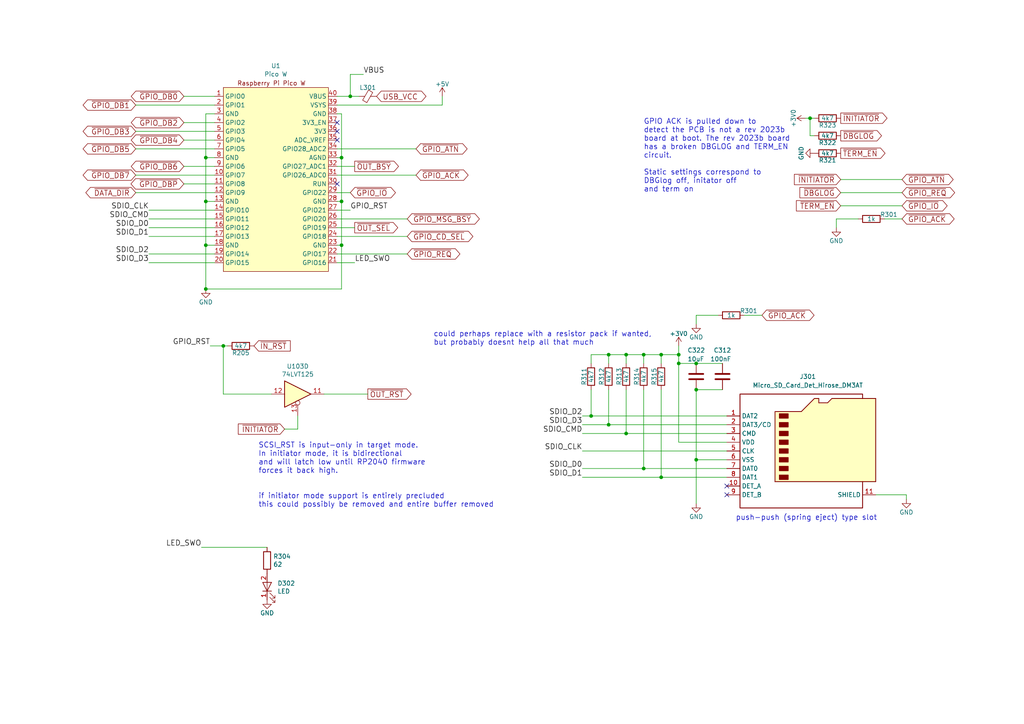
<source format=kicad_sch>
(kicad_sch (version 20230121) (generator eeschema)
  (paper "A4")
  (title_block (title "ZuluSCSI (TM) Pico OSHW") (date "2023-09-19") (rev "2023d") (company "(C) Rabbit Hole Computing ") (comment 1 "ZuluSCSI is a registered trademark of") (comment 2 "Descended from SCSI2SD, with special thanks to Michael McMaster") (comment 3 "Descended from SCSI2SD, with special thanks to Michael McMaster"))
  (lib_symbols
    (symbol "74xx:74LVC125" (pin_names (offset 1.016))
      (property "Reference" "U" (at 0 1.27 0))
      (property "Value" "74LVC125" (at 0 -1.27 0))
      (symbol "74LVC125_1_0"
        (polyline (pts (xy -3.81 3.81) (xy -3.81 -3.81) (xy 3.81 0) (xy -3.81 3.81)) (stroke (width 0.254)) (fill (type background)))
        (pin input inverted (at 0 -6.35 90) (length 4.445) (name "~") (number "1"))
        (pin input line (at -7.62 0 0) (length 3.81) (name "~") (number "2"))
        (pin tri_state line (at 7.62 0 180) (length 3.81) (name "~") (number "3"))
      )
      (symbol "74LVC125_2_0"
        (polyline (pts (xy -3.81 3.81) (xy -3.81 -3.81) (xy 3.81 0) (xy -3.81 3.81)) (stroke (width 0.254)) (fill (type background)))
        (pin input inverted (at 0 -6.35 90) (length 4.445) (name "~") (number "4"))
        (pin input line (at -7.62 0 0) (length 3.81) (name "~") (number "5"))
        (pin tri_state line (at 7.62 0 180) (length 3.81) (name "~") (number "6"))
      )
      (symbol "74LVC125_3_0"
        (polyline (pts (xy -3.81 3.81) (xy -3.81 -3.81) (xy 3.81 0) (xy -3.81 3.81)) (stroke (width 0.254)) (fill (type background)))
        (pin input inverted (at 0 -6.35 90) (length 4.445) (name "~") (number "10"))
        (pin tri_state line (at 7.62 0 180) (length 3.81) (name "~") (number "8"))
        (pin input line (at -7.62 0 0) (length 3.81) (name "~") (number "9"))
      )
      (symbol "74LVC125_4_0"
        (polyline (pts (xy -3.81 3.81) (xy -3.81 -3.81) (xy 3.81 0) (xy -3.81 3.81)) (stroke (width 0.254)) (fill (type background)))
        (pin tri_state line (at 7.62 0 180) (length 3.81) (name "~") (number "11"))
        (pin input line (at -7.62 0 0) (length 3.81) (name "~") (number "12"))
        (pin input inverted (at 0 -6.35 90) (length 4.445) (name "~") (number "13"))
      )
      (symbol "74LVC125_5_0"
        (pin power_in line (at 0 12.7 270) (length 5.08) (name "VCC") (number "14"))
        (pin power_in line (at 0 -12.7 90) (length 5.08) (name "GND") (number "7"))
      )
      (symbol "74LVC125_5_1"
        (rectangle (start -5.08 7.62) (end 5.08 -7.62) (stroke (width 0.254)) (fill (type background)))
      )
    )
    (symbol "Connector:Micro_SD_Card_Det_Hirose_DM3AT"
      (property "Reference" "J" (at -16.51 17.78 0))
      (property "Value" "Micro_SD_Card_Det_Hirose_DM3AT" (at 16.51 17.78 0))
      (symbol "Micro_SD_Card_Det_Hirose_DM3AT_0_1"
        (rectangle (start -7.62 -6.985) (end -5.08 -8.255) (stroke (width 0.254)) (fill (type outline)))
        (rectangle (start -7.62 -4.445) (end -5.08 -5.715) (stroke (width 0.254)) (fill (type outline)))
        (rectangle (start -7.62 -1.905) (end -5.08 -3.175) (stroke (width 0.254)) (fill (type outline)))
        (rectangle (start -7.62 0.635) (end -5.08 -0.635) (stroke (width 0.254)) (fill (type outline)))
        (rectangle (start -7.62 3.175) (end -5.08 1.905) (stroke (width 0.254)) (fill (type outline)))
        (rectangle (start -7.62 5.715) (end -5.08 4.445) (stroke (width 0.254)) (fill (type outline)))
        (rectangle (start -7.62 8.255) (end -5.08 6.985) (stroke (width 0.254)) (fill (type outline)))
        (rectangle (start -7.62 10.795) (end -5.08 9.525) (stroke (width 0.254)) (fill (type outline)))
        (polyline (pts (xy 16.51 15.24) (xy 16.51 16.51) (xy -19.05 16.51) (xy -19.05 -16.51) (xy 16.51 -16.51) (xy 16.51 -8.89)) (stroke (width 0.254)))
        (polyline (pts (xy -8.89 -8.89) (xy -8.89 11.43) (xy -1.27 11.43) (xy 2.54 15.24) (xy 3.81 15.24) (xy 3.81 13.97) (xy 6.35 13.97) (xy 7.62 15.24) (xy 20.32 15.24) (xy 20.32 -8.89) (xy -8.89 -8.89)) (stroke (width 0.254)) (fill (type background)))
      )
      (symbol "Micro_SD_Card_Det_Hirose_DM3AT_1_1"
        (pin bidirectional line (at -22.86 10.16 0) (length 3.81) (name "DAT2") (number "1"))
        (pin passive line (at -22.86 -10.16 0) (length 3.81) (name "DET_A") (number "10"))
        (pin passive line (at 20.32 -12.7 180) (length 3.81) (name "SHIELD") (number "11"))
        (pin bidirectional line (at -22.86 7.62 0) (length 3.81) (name "DAT3/CD") (number "2"))
        (pin input line (at -22.86 5.08 0) (length 3.81) (name "CMD") (number "3"))
        (pin power_in line (at -22.86 2.54 0) (length 3.81) (name "VDD") (number "4"))
        (pin input line (at -22.86 0 0) (length 3.81) (name "CLK") (number "5"))
        (pin power_in line (at -22.86 -2.54 0) (length 3.81) (name "VSS") (number "6"))
        (pin bidirectional line (at -22.86 -5.08 0) (length 3.81) (name "DAT0") (number "7"))
        (pin bidirectional line (at -22.86 -7.62 0) (length 3.81) (name "DAT1") (number "8"))
        (pin passive line (at -22.86 -12.7 0) (length 3.81) (name "DET_B") (number "9"))
      )
    )
    (symbol "Device:FerriteBead_Small" (pin_numbers hide) (pin_names (offset 0))
      (property "Reference" "FB" (at 1.905 1.27 0))
      (property "Value" "FerriteBead_Small" (at 1.905 -1.27 0))
      (symbol "FerriteBead_Small_0_1"
        (polyline (pts (xy 0 -1.27) (xy 0 -0.7874)))
        (polyline (pts (xy 0 0.889) (xy 0 1.2954)))
        (polyline (pts (xy -1.8288 0.2794) (xy -1.1176 1.4986) (xy 1.8288 -0.2032) (xy 1.1176 -1.4224) (xy -1.8288 0.2794)))
      )
      (symbol "FerriteBead_Small_1_1"
        (pin passive line (at 0 2.54 270) (length 1.27) (name "~") (number "1"))
        (pin passive line (at 0 -2.54 90) (length 1.27) (name "~") (number "2"))
      )
    )
    (symbol "MCU_RaspberryPi_and_Boards:Pico W"
      (property "Reference" "U" (at -13.97 27.94 0))
      (property "Value" "Pico W" (at 0 19.05 0))
      (symbol "Pico W_0_1"
        (rectangle (start -15.24 26.67) (end 15.24 -26.67) (fill (type background)))
      )
      (symbol "Pico W_1_0"
        (text "Raspberry Pi Pico W" (at -1.27 27.94 0) (effects (font (size 1.27 1.27))))
      )
      (symbol "Pico W_1_1"
        (pin bidirectional line (at -17.78 24.13 0) (length 2.54) (name "GPIO0") (number "1"))
        (pin bidirectional line (at -17.78 1.27 0) (length 2.54) (name "GPIO7") (number "10"))
        (pin bidirectional line (at -17.78 -1.27 0) (length 2.54) (name "GPIO8") (number "11"))
        (pin bidirectional line (at -17.78 -3.81 0) (length 2.54) (name "GPIO9") (number "12"))
        (pin power_in line (at -17.78 -6.35 0) (length 2.54) (name "GND") (number "13"))
        (pin bidirectional line (at -17.78 -8.89 0) (length 2.54) (name "GPIO10") (number "14"))
        (pin bidirectional line (at -17.78 -11.43 0) (length 2.54) (name "GPIO11") (number "15"))
        (pin bidirectional line (at -17.78 -13.97 0) (length 2.54) (name "GPIO12") (number "16"))
        (pin bidirectional line (at -17.78 -16.51 0) (length 2.54) (name "GPIO13") (number "17"))
        (pin power_in line (at -17.78 -19.05 0) (length 2.54) (name "GND") (number "18"))
        (pin bidirectional line (at -17.78 -21.59 0) (length 2.54) (name "GPIO14") (number "19"))
        (pin bidirectional line (at -17.78 21.59 0) (length 2.54) (name "GPIO1") (number "2"))
        (pin bidirectional line (at -17.78 -24.13 0) (length 2.54) (name "GPIO15") (number "20"))
        (pin bidirectional line (at 17.78 -24.13 180) (length 2.54) (name "GPIO16") (number "21"))
        (pin bidirectional line (at 17.78 -21.59 180) (length 2.54) (name "GPIO17") (number "22"))
        (pin power_in line (at 17.78 -19.05 180) (length 2.54) (name "GND") (number "23"))
        (pin bidirectional line (at 17.78 -16.51 180) (length 2.54) (name "GPIO18") (number "24"))
        (pin bidirectional line (at 17.78 -13.97 180) (length 2.54) (name "GPIO19") (number "25"))
        (pin bidirectional line (at 17.78 -11.43 180) (length 2.54) (name "GPIO20") (number "26"))
        (pin bidirectional line (at 17.78 -8.89 180) (length 2.54) (name "GPIO21") (number "27"))
        (pin power_in line (at 17.78 -6.35 180) (length 2.54) (name "GND") (number "28"))
        (pin bidirectional line (at 17.78 -3.81 180) (length 2.54) (name "GPIO22") (number "29"))
        (pin power_in line (at -17.78 19.05 0) (length 2.54) (name "GND") (number "3"))
        (pin input line (at 17.78 -1.27 180) (length 2.54) (name "RUN") (number "30"))
        (pin bidirectional line (at 17.78 1.27 180) (length 2.54) (name "GPIO26_ADC0") (number "31"))
        (pin bidirectional line (at 17.78 3.81 180) (length 2.54) (name "GPIO27_ADC1") (number "32"))
        (pin power_in line (at 17.78 6.35 180) (length 2.54) (name "AGND") (number "33"))
        (pin bidirectional line (at 17.78 8.89 180) (length 2.54) (name "GPIO28_ADC2") (number "34"))
        (pin power_in line (at 17.78 11.43 180) (length 2.54) (name "ADC_VREF") (number "35"))
        (pin power_in line (at 17.78 13.97 180) (length 2.54) (name "3V3") (number "36"))
        (pin input line (at 17.78 16.51 180) (length 2.54) (name "3V3_EN") (number "37"))
        (pin bidirectional line (at 17.78 19.05 180) (length 2.54) (name "GND") (number "38"))
        (pin power_in line (at 17.78 21.59 180) (length 2.54) (name "VSYS") (number "39"))
        (pin bidirectional line (at -17.78 16.51 0) (length 2.54) (name "GPIO2") (number "4"))
        (pin power_in line (at 17.78 24.13 180) (length 2.54) (name "VBUS") (number "40"))
        (pin bidirectional line (at -17.78 13.97 0) (length 2.54) (name "GPIO3") (number "5"))
        (pin bidirectional line (at -17.78 11.43 0) (length 2.54) (name "GPIO4") (number "6"))
        (pin bidirectional line (at -17.78 8.89 0) (length 2.54) (name "GPIO5") (number "7"))
        (pin power_in line (at -17.78 6.35 0) (length 2.54) (name "GND") (number "8"))
        (pin bidirectional line (at -17.78 3.81 0) (length 2.54) (name "GPIO6") (number "9"))
      )
    )
    (symbol "zuluscsi-rescue:+3V0" (power) (pin_names (offset 0))
      (property "Value" "+3V0" (at 0 3.556 0))
      (symbol "+3V0_0_1"
        (polyline (pts (xy -0.762 1.27) (xy 0 2.54)))
        (polyline (pts (xy 0 0) (xy 0 2.54)))
        (polyline (pts (xy 0 2.54) (xy 0.762 1.27)))
      )
      (symbol "+3V0_1_1"
        (pin power_in line (at 0 0 90) (length 0) hide (name "+3V0") (number "1"))
      )
    )
    (symbol "zuluscsi-rescue:+5V" (power) (pin_names (offset 0))
      (property "Value" "+5V" (at 0 3.556 0))
      (symbol "+5V_0_1"
        (polyline (pts (xy -0.762 1.27) (xy 0 2.54)))
        (polyline (pts (xy 0 0) (xy 0 2.54)))
        (polyline (pts (xy 0 2.54) (xy 0.762 1.27)))
      )
      (symbol "+5V_1_1"
        (pin power_in line (at 0 0 90) (length 0) hide (name "+5V") (number "1"))
      )
    )
    (symbol "zuluscsi-rescue:C" (pin_numbers hide) (pin_names (offset 0.254))
      (property "Reference" "C" (at 0.635 2.54 0))
      (property "Value" "C" (at 0.635 -2.54 0))
      (symbol "C_0_1"
        (polyline (pts (xy -2.032 -0.762) (xy 2.032 -0.762)) (stroke (width 0.508)))
        (polyline (pts (xy -2.032 0.762) (xy 2.032 0.762)) (stroke (width 0.508)))
      )
      (symbol "C_1_1"
        (pin passive line (at 0 3.81 270) (length 2.794) (name "~") (number "1"))
        (pin passive line (at 0 -3.81 90) (length 2.794) (name "~") (number "2"))
      )
    )
    (symbol "zuluscsi-rescue:GND" (power) (pin_names (offset 0))
      (property "Value" "GND" (at 0 -3.81 0))
      (symbol "GND_0_1"
        (polyline (pts (xy 0 0) (xy 0 -1.27) (xy 1.27 -1.27) (xy 0 -2.54) (xy -1.27 -1.27) (xy 0 -1.27)))
      )
      (symbol "GND_1_1"
        (pin power_in line (at 0 0 270) (length 0) hide (name "GND") (number "1"))
      )
    )
    (symbol "zuluscsi-rescue:LED" (pin_names (offset 1.016) hide)
      (property "Reference" "D" (at 0 2.54 0))
      (property "Value" "LED" (at 0 -2.54 0))
      (symbol "LED_0_1"
        (polyline (pts (xy -1.27 -1.27) (xy -1.27 1.27)) (stroke (width 0.2032)))
        (polyline (pts (xy -1.27 0) (xy 1.27 0)))
        (polyline (pts (xy 1.27 -1.27) (xy 1.27 1.27) (xy -1.27 0) (xy 1.27 -1.27)) (stroke (width 0.2032)))
        (polyline (pts (xy -3.048 -0.762) (xy -4.572 -2.286) (xy -3.81 -2.286) (xy -4.572 -2.286) (xy -4.572 -1.524)))
        (polyline (pts (xy -1.778 -0.762) (xy -3.302 -2.286) (xy -2.54 -2.286) (xy -3.302 -2.286) (xy -3.302 -1.524)))
      )
      (symbol "LED_1_1"
        (pin passive line (at -3.81 0 0) (length 2.54) (name "K") (number "1"))
        (pin passive line (at 3.81 0 180) (length 2.54) (name "A") (number "2"))
      )
    )
    (symbol "zuluscsi-rescue:R" (pin_numbers hide) (pin_names (offset 0))
      (property "Reference" "R" (at 2.032 0 90))
      (property "Value" "R" (at 0 0 90))
      (symbol "R_0_1"
        (rectangle (start -1.016 -2.54) (end 1.016 2.54) (stroke (width 0.254)))
      )
      (symbol "R_1_1"
        (pin passive line (at 0 3.81 270) (length 1.27) (name "~") (number "1"))
        (pin passive line (at 0 -3.81 90) (length 1.27) (name "~") (number "2"))
      )
    )
  )
  (junction (at 196.85 102.87))
  (junction (at 64.77 100.33))
  (junction (at 101.6 27.94))
  (junction (at 234.95 34.29))
  (junction (at 99.06 58.42))
  (junction (at 59.69 58.42))
  (junction (at 59.69 83.82))
  (junction (at 99.06 71.12))
  (junction (at 176.53 102.87))
  (junction (at 186.69 135.89))
  (junction (at 181.61 125.73))
  (junction (at 201.93 105.41))
  (junction (at 201.93 133.35))
  (junction (at 99.06 45.72))
  (junction (at 181.61 102.87))
  (junction (at 196.85 105.41))
  (junction (at 59.69 71.12))
  (junction (at 171.45 120.65))
  (junction (at 191.77 138.43))
  (junction (at 201.93 113.03))
  (junction (at 186.69 102.87))
  (junction (at 176.53 123.19))
  (junction (at 191.77 102.87))
  (junction (at 59.69 45.72))
  (no_connect (at 97.79 38.1))
  (no_connect (at 210.82 140.97))
  (no_connect (at 210.82 143.51))
  (no_connect (at 97.79 40.64))
  (no_connect (at 97.79 53.34))
  (no_connect (at 97.79 35.56))
  (wire (pts (xy 39.37 38.1) (xy 62.23 38.1)))
  (wire (pts (xy 62.23 63.5) (xy 43.18 63.5)))
  (wire (pts (xy 64.77 100.33) (xy 66.04 100.33)))
  (wire (pts (xy 62.23 76.2) (xy 43.18 76.2)))
  (wire (pts (xy 191.77 102.87) (xy 191.77 105.41)))
  (wire (pts (xy 62.23 68.58) (xy 43.18 68.58)))
  (wire (pts (xy 62.23 66.04) (xy 43.18 66.04)))
  (wire (pts (xy 176.53 123.19) (xy 210.82 123.19)))
  (wire (pts (xy 254 143.51) (xy 262.89 143.51)))
  (wire (pts (xy 201.93 105.41) (xy 196.85 105.41)))
  (wire (pts (xy 39.37 43.18) (xy 62.23 43.18)))
  (wire (pts (xy 262.89 143.51) (xy 262.89 144.78)))
  (wire (pts (xy 62.23 73.66) (xy 43.18 73.66)))
  (wire (pts (xy 97.79 48.26) (xy 102.87 48.26)))
  (wire (pts (xy 59.69 71.12) (xy 62.23 71.12)))
  (wire (pts (xy 97.79 71.12) (xy 99.06 71.12)))
  (wire (pts (xy 97.79 66.04) (xy 102.87 66.04)))
  (wire (pts (xy 59.69 58.42) (xy 59.69 71.12)))
  (wire (pts (xy 97.79 55.88) (xy 101.6 55.88)))
  (wire (pts (xy 208.28 91.44) (xy 201.93 91.44)))
  (wire (pts (xy 181.61 102.87) (xy 186.69 102.87)))
  (wire (pts (xy 59.69 71.12) (xy 59.69 83.82)))
  (wire (pts (xy 201.93 133.35) (xy 201.93 146.05)))
  (wire (pts (xy 186.69 113.03) (xy 186.69 135.89)))
  (wire (pts (xy 59.69 33.02) (xy 59.69 45.72)))
  (wire (pts (xy 181.61 113.03) (xy 181.61 125.73)))
  (wire (pts (xy 62.23 33.02) (xy 59.69 33.02)))
  (wire (pts (xy 58.42 158.75) (xy 77.47 158.75)))
  (wire (pts (xy 97.79 43.18) (xy 120.65 43.18)))
  (wire (pts (xy 171.45 113.03) (xy 171.45 120.65)))
  (wire (pts (xy 118.11 63.5) (xy 97.79 63.5)))
  (wire (pts (xy 248.92 63.5) (xy 242.57 63.5)))
  (wire (pts (xy 191.77 138.43) (xy 210.82 138.43)))
  (wire (pts (xy 59.69 83.82) (xy 99.06 83.82)))
  (wire (pts (xy 97.79 33.02) (xy 99.06 33.02)))
  (wire (pts (xy 171.45 102.87) (xy 171.45 105.41)))
  (wire (pts (xy 243.84 55.88) (xy 261.62 55.88)))
  (wire (pts (xy 53.34 40.64) (xy 62.23 40.64)))
  (wire (pts (xy 97.79 76.2) (xy 102.87 76.2)))
  (wire (pts (xy 196.85 105.41) (xy 196.85 128.27)))
  (wire (pts (xy 99.06 58.42) (xy 99.06 71.12)))
  (wire (pts (xy 62.23 60.96) (xy 43.18 60.96)))
  (wire (pts (xy 168.91 125.73) (xy 181.61 125.73)))
  (wire (pts (xy 53.34 53.34) (xy 62.23 53.34)))
  (wire (pts (xy 97.79 45.72) (xy 99.06 45.72)))
  (wire (pts (xy 186.69 135.89) (xy 210.82 135.89)))
  (wire (pts (xy 176.53 102.87) (xy 171.45 102.87)))
  (wire (pts (xy 186.69 102.87) (xy 191.77 102.87)))
  (wire (pts (xy 233.68 34.29) (xy 234.95 34.29)))
  (wire (pts (xy 168.91 120.65) (xy 171.45 120.65)))
  (wire (pts (xy 39.37 30.48) (xy 62.23 30.48)))
  (wire (pts (xy 168.91 123.19) (xy 176.53 123.19)))
  (wire (pts (xy 97.79 60.96) (xy 101.6 60.96)))
  (wire (pts (xy 256.54 63.5) (xy 261.62 63.5)))
  (wire (pts (xy 201.93 91.44) (xy 201.93 93.98)))
  (wire (pts (xy 176.53 105.41) (xy 176.53 102.87)))
  (wire (pts (xy 181.61 125.73) (xy 210.82 125.73)))
  (wire (pts (xy 82.55 124.46) (xy 86.36 124.46)))
  (wire (pts (xy 191.77 113.03) (xy 191.77 138.43)))
  (wire (pts (xy 53.34 27.94) (xy 62.23 27.94)))
  (wire (pts (xy 93.98 114.3) (xy 106.68 114.3)))
  (wire (pts (xy 242.57 63.5) (xy 242.57 66.04)))
  (wire (pts (xy 186.69 102.87) (xy 186.69 105.41)))
  (wire (pts (xy 97.79 50.8) (xy 120.65 50.8)))
  (wire (pts (xy 201.93 105.41) (xy 209.55 105.41)))
  (wire (pts (xy 59.69 58.42) (xy 62.23 58.42)))
  (wire (pts (xy 78.74 114.3) (xy 64.77 114.3)))
  (wire (pts (xy 60.96 100.33) (xy 64.77 100.33)))
  (wire (pts (xy 128.27 30.48) (xy 128.27 27.94)))
  (wire (pts (xy 196.85 100.33) (xy 196.85 102.87)))
  (wire (pts (xy 191.77 102.87) (xy 196.85 102.87)))
  (wire (pts (xy 105.41 21.59) (xy 101.6 21.59)))
  (wire (pts (xy 234.95 34.29) (xy 236.22 34.29)))
  (wire (pts (xy 181.61 102.87) (xy 181.61 105.41)))
  (wire (pts (xy 118.11 73.66) (xy 97.79 73.66)))
  (wire (pts (xy 97.79 58.42) (xy 99.06 58.42)))
  (wire (pts (xy 99.06 33.02) (xy 99.06 45.72)))
  (wire (pts (xy 196.85 102.87) (xy 196.85 105.41)))
  (wire (pts (xy 243.84 52.07) (xy 261.62 52.07)))
  (wire (pts (xy 97.79 27.94) (xy 101.6 27.94)))
  (wire (pts (xy 243.84 59.69) (xy 261.62 59.69)))
  (wire (pts (xy 53.34 48.26) (xy 62.23 48.26)))
  (wire (pts (xy 101.6 27.94) (xy 104.14 27.94)))
  (wire (pts (xy 59.69 45.72) (xy 62.23 45.72)))
  (wire (pts (xy 59.69 45.72) (xy 59.69 58.42)))
  (wire (pts (xy 97.79 30.48) (xy 128.27 30.48)))
  (wire (pts (xy 176.53 113.03) (xy 176.53 123.19)))
  (wire (pts (xy 191.77 138.43) (xy 168.91 138.43)))
  (wire (pts (xy 118.11 68.58) (xy 97.79 68.58)))
  (wire (pts (xy 101.6 21.59) (xy 101.6 27.94)))
  (wire (pts (xy 236.22 39.37) (xy 234.95 39.37)))
  (wire (pts (xy 201.93 113.03) (xy 209.55 113.03)))
  (wire (pts (xy 99.06 45.72) (xy 99.06 58.42)))
  (wire (pts (xy 86.36 124.46) (xy 86.36 120.65)))
  (wire (pts (xy 53.34 35.56) (xy 62.23 35.56)))
  (wire (pts (xy 215.9 91.44) (xy 220.98 91.44)))
  (wire (pts (xy 201.93 113.03) (xy 201.93 133.35)))
  (wire (pts (xy 99.06 71.12) (xy 99.06 83.82)))
  (wire (pts (xy 168.91 130.81) (xy 210.82 130.81)))
  (wire (pts (xy 201.93 133.35) (xy 210.82 133.35)))
  (wire (pts (xy 196.85 128.27) (xy 210.82 128.27)))
  (wire (pts (xy 168.91 135.89) (xy 186.69 135.89)))
  (wire (pts (xy 64.77 114.3) (xy 64.77 100.33)))
  (wire (pts (xy 39.37 50.8) (xy 62.23 50.8)))
  (wire (pts (xy 39.37 55.88) (xy 62.23 55.88)))
  (wire (pts (xy 181.61 102.87) (xy 176.53 102.87)))
  (wire (pts (xy 234.95 34.29) (xy 234.95 39.37)))
  (wire (pts (xy 171.45 120.65) (xy 210.82 120.65)))
  (text "GPIO ACK is pulled down to \ndetect the PCB is not a rev 2023b\nboard at boot. The rev 2023b board\nhas a broken DBGLOG and TERM_EN\ncircuit.\n\nStatic settings correspond to \nDBGlog off, initator off\nand term on" (at 186.69 55.88 0) (effects (font (size 1.524 1.524)) (justify left bottom)))
  (text "could perhaps replace with a resistor pack if wanted, \nbut probably doesnt help all that much" (at 125.73 100.33 0) (effects (font (size 1.524 1.524)) (justify left bottom)))
  (text "push-push (spring eject) type slot" (at 213.36 151.13 0) (effects (font (size 1.524 1.524)) (justify left bottom)))
  (text "SCSI_RST is input-only in target mode.\nIn initiator mode, it is bidirectional\nand will latch low until RP2040 firmware\nforces it back high.\n\n\nif initiator mode support is entirely precluded\nthis could possibly be removed and entire buffer removed" (at 74.93 147.32 0) (effects (font (size 1.524 1.524)) (justify left bottom)))
  (label "SDIO_CMD" (at 168.91 125.73 180) (effects (font (size 1.524 1.524))))
  (label "SDIO_D1" (at 168.91 138.43 180) (effects (font (size 1.524 1.524))))
  (label "SDIO_D2" (at 168.91 120.65 180) (effects (font (size 1.524 1.524))))
  (label "SDIO_D0" (at 168.91 135.89 180) (effects (font (size 1.524 1.524))))
  (label "SDIO_D0" (at 43.18 66.04 180) (effects (font (size 1.524 1.524))))
  (label "SDIO_CLK" (at 43.18 60.96 180) (effects (font (size 1.524 1.524))))
  (label "LED_SWO" (at 102.87 76.2 0) (effects (font (size 1.524 1.524))))
  (label "SDIO_D3" (at 43.18 76.2 180) (effects (font (size 1.524 1.524))))
  (label "SDIO_CMD" (at 43.18 63.5 180) (effects (font (size 1.524 1.524))))
  (label "LED_SWO" (at 58.42 158.75 180) (effects (font (size 1.524 1.524))))
  (label "GPIO_RST" (at 101.6 60.96 0) (effects (font (size 1.524 1.524))))
  (label "SDIO_CLK" (at 168.91 130.81 180) (effects (font (size 1.524 1.524))))
  (label "VBUS" (at 105.41 21.59 0) (effects (font (size 1.524 1.524))))
  (label "SDIO_D2" (at 43.18 73.66 180) (effects (font (size 1.524 1.524))))
  (label "SDIO_D3" (at 168.91 123.19 180) (effects (font (size 1.524 1.524))))
  (label "GPIO_RST" (at 60.96 100.33 180) (effects (font (size 1.524 1.524))))
  (label "SDIO_D1" (at 43.18 68.58 180) (effects (font (size 1.524 1.524))))
  (global_label "~{GPIO_DB1}" (shape bidirectional) (at 39.37 30.48 180) (effects (font (size 1.524 1.524))) (property "Intersheetrefs" "${INTERSHEET_REFS}" (effects hide)))
  (global_label "~{GPIO_DB5}" (shape bidirectional) (at 39.37 43.18 180) (effects (font (size 1.524 1.524))) (property "Intersheetrefs" "${INTERSHEET_REFS}" (effects hide)))
  (global_label "~{TERM_EN}" (shape input) (at 243.84 59.69 180) (effects (font (size 1.524 1.524))) (property "Intersheetrefs" "${INTERSHEET_REFS}" (effects hide)))
  (global_label "~{OUT_SEL}" (shape output) (at 102.87 66.04 0) (effects (font (size 1.524 1.524))) (property "Intersheetrefs" "${INTERSHEET_REFS}" (effects hide)))
  (global_label "~{GPIO_ACK}" (shape bidirectional) (at 120.65 50.8 0) (effects (font (size 1.524 1.524))) (property "Intersheetrefs" "${INTERSHEET_REFS}" (effects hide)))
  (global_label "~{GPIO_ACK}" (shape bidirectional) (at 220.98 91.44 0) (effects (font (size 1.524 1.524))) (property "Intersheetrefs" "${INTERSHEET_REFS}" (effects hide)))
  (global_label "~{INITIATOR}" (shape input) (at 243.84 52.07 180) (effects (font (size 1.524 1.524))) (property "Intersheetrefs" "${INTERSHEET_REFS}" (effects hide)))
  (global_label "~{GPIO_REQ}" (shape bidirectional) (at 261.62 55.88 0) (effects (font (size 1.524 1.524))) (property "Intersheetrefs" "${INTERSHEET_REFS}" (effects hide)))
  (global_label "~{GPIO_DB0}" (shape bidirectional) (at 53.34 27.94 180) (effects (font (size 1.524 1.524))) (property "Intersheetrefs" "${INTERSHEET_REFS}" (effects hide)))
  (global_label "~{INITIATOR}" (shape input) (at 82.55 124.46 180) (effects (font (size 1.524 1.524))) (property "Intersheetrefs" "${INTERSHEET_REFS}" (effects hide)))
  (global_label "~{IN_RST}" (shape input) (at 73.66 100.33 0) (effects (font (size 1.524 1.524))) (property "Intersheetrefs" "${INTERSHEET_REFS}" (effects hide)))
  (global_label "~{GPIO_DBP}" (shape bidirectional) (at 53.34 53.34 180) (effects (font (size 1.524 1.524))) (property "Intersheetrefs" "${INTERSHEET_REFS}" (effects hide)))
  (global_label "~{GPIO_DB2}" (shape bidirectional) (at 53.34 35.56 180) (effects (font (size 1.524 1.524))) (property "Intersheetrefs" "${INTERSHEET_REFS}" (effects hide)))
  (global_label "~{GPIO_IO}" (shape bidirectional) (at 261.62 59.69 0) (effects (font (size 1.524 1.524))) (property "Intersheetrefs" "${INTERSHEET_REFS}" (effects hide)))
  (global_label "~{DATA_DIR}" (shape bidirectional) (at 39.37 55.88 180) (effects (font (size 1.524 1.524))) (property "Intersheetrefs" "${INTERSHEET_REFS}" (effects hide)))
  (global_label "~{INITIATOR}" (shape output) (at 243.84 34.29 0) (effects (font (size 1.524 1.524))) (property "Intersheetrefs" "${INTERSHEET_REFS}" (effects hide)))
  (global_label "~{GPIO_REQ}" (shape bidirectional) (at 118.11 73.66 0) (effects (font (size 1.524 1.524))) (property "Intersheetrefs" "${INTERSHEET_REFS}" (effects hide)))
  (global_label "~{GPIO_DB7}" (shape bidirectional) (at 39.37 50.8 180) (effects (font (size 1.524 1.524))) (property "Intersheetrefs" "${INTERSHEET_REFS}" (effects hide)))
  (global_label "~{GPIO_ATN}" (shape bidirectional) (at 261.62 52.07 0) (effects (font (size 1.524 1.524))) (property "Intersheetrefs" "${INTERSHEET_REFS}" (effects hide)))
  (global_label "~{GPIO_DB6}" (shape bidirectional) (at 53.34 48.26 180) (effects (font (size 1.524 1.524))) (property "Intersheetrefs" "${INTERSHEET_REFS}" (effects hide)))
  (global_label "~{DBGLOG}" (shape input) (at 243.84 55.88 180) (effects (font (size 1.524 1.524))) (property "Intersheetrefs" "${INTERSHEET_REFS}" (effects hide)))
  (global_label "~{OUT_RST}" (shape output) (at 106.68 114.3 0) (effects (font (size 1.524 1.524))) (property "Intersheetrefs" "${INTERSHEET_REFS}" (effects hide)))
  (global_label "~{GPIO_DB4}" (shape bidirectional) (at 53.34 40.64 180) (effects (font (size 1.524 1.524))) (property "Intersheetrefs" "${INTERSHEET_REFS}" (effects hide)))
  (global_label "~{GPIO_ATN}" (shape bidirectional) (at 120.65 43.18 0) (effects (font (size 1.524 1.524))) (property "Intersheetrefs" "${INTERSHEET_REFS}" (effects hide)))
  (global_label "~{GPIO_ACK}" (shape bidirectional) (at 261.62 63.5 0) (effects (font (size 1.524 1.524))) (property "Intersheetrefs" "${INTERSHEET_REFS}" (effects hide)))
  (global_label "USB_VCC" (shape bidirectional) (at 109.22 27.94 0) (effects (font (size 1.524 1.524))) (property "Intersheetrefs" "${INTERSHEET_REFS}" (effects hide)))
  (global_label "~{GPIO_DB3}" (shape bidirectional) (at 39.37 38.1 180) (effects (font (size 1.524 1.524))) (property "Intersheetrefs" "${INTERSHEET_REFS}" (effects hide)))
  (global_label "~{GPIO_MSG_BSY}" (shape bidirectional) (at 118.11 63.5 0) (effects (font (size 1.524 1.524))) (property "Intersheetrefs" "${INTERSHEET_REFS}" (effects hide)))
  (global_label "~{TERM_EN}" (shape output) (at 243.84 44.45 0) (effects (font (size 1.524 1.524))) (property "Intersheetrefs" "${INTERSHEET_REFS}" (effects hide)))
  (global_label "~{OUT_BSY}" (shape output) (at 102.87 48.26 0) (effects (font (size 1.524 1.524))) (property "Intersheetrefs" "${INTERSHEET_REFS}" (effects hide)))
  (global_label "~{DBGLOG}" (shape output) (at 243.84 39.37 0) (effects (font (size 1.524 1.524))) (property "Intersheetrefs" "${INTERSHEET_REFS}" (effects hide)))
  (global_label "~{GPIO_IO}" (shape bidirectional) (at 101.6 55.88 0) (effects (font (size 1.524 1.524))) (property "Intersheetrefs" "${INTERSHEET_REFS}" (effects hide)))
  (global_label "~{GPIO_CD_SEL}" (shape bidirectional) (at 118.11 68.58 0) (effects (font (size 1.524 1.524))) (property "Intersheetrefs" "${INTERSHEET_REFS}" (effects hide)))
  (symbol (lib_id "zuluscsi-rescue:C") (at 201.93 109.22 180) (unit 1)
    (property "Reference" "C322" (at 199.39 101.6 0) (effects (justify right)))
    (property "Value" "10uF" (at 199.39 104.14 0) (effects (justify right)))
    (property "Footprint" "Capacitor_SMD:C_0805_2012Metric" (effects hide))
    (property "LCSC" "C15850" (effects hide))
    (property "Manufacturer" "Samsung" (effects hide))
    (property "PartNumber" "CL21A106KPFNNNG" (effects hide))
    (property "digikey" "1276-6456-1-ND " (effects hide))
  )
  (symbol (lib_id "zuluscsi-rescue:C") (at 209.55 109.22 180) (unit 1)
    (property "Reference" "C312" (at 212.09 101.6 0) (effects (justify left)))
    (property "Value" "100nF" (at 212.09 104.14 0) (effects (justify left)))
    (property "Footprint" "Capacitor_SMD:C_0603_1608Metric" (effects hide))
    (property "LCSC" "C14663" (effects hide))
    (property "Manufacturer" "Samsung" (effects hide))
    (property "PartNumber" "CL10B104KB8NNWC" (effects hide))
    (property "digikey" "1276-1935-1-ND" (effects hide))
  )
  (symbol (lib_id "zuluscsi-rescue:LED") (at 77.47 170.18 90) (unit 1)
    (property "Reference" "D302" (at 80.4672 169.1894 90) (effects (justify right)))
    (property "Value" "LED" (at 80.4672 171.5008 90) (effects (justify right)))
    (property "Footprint" "LED_SMD:LED_0805_2012Metric" (effects hide))
    (property "LCSC" "C434435" (effects hide))
    (property "Manufacturer" "Osram Opto Semiconductors Inc" (effects hide))
    (property "PartNumber" "LY R976-PS-36" (effects hide))
    (property "digikey" "475-2560-1-ND" (effects hide))
  )
  (symbol (lib_id "zuluscsi-rescue:R") (at 77.47 162.56 180) (unit 1)
    (property "Reference" "R304" (at 79.248 161.3916 0) (effects (justify right)))
    (property "Value" "62" (at 79.248 163.703 0) (effects (justify right)))
    (property "Footprint" "Resistor_SMD:R_0603_1608Metric" (effects hide))
    (property "LCSC" "C25252" (effects hide))
    (property "Manufacturer" "Yageo" (effects hide))
    (property "PartNumber" "RC0603FR-0762RL" (effects hide))
    (property "digikey" "311-62.0HRTR-ND" (effects hide))
  )
  (symbol (lib_id "Device:FerriteBead_Small") (at 106.68 27.94 90) (unit 1)
    (property "Reference" "L301" (at 106.68 25.4 90))
    (property "Value" "Ferrite_Bead_Small" (effects hide))
    (property "Footprint" "Inductor_SMD:L_0603_1608Metric" (effects hide))
    (property "LCSC" "C1002" (effects hide))
    (property "Manufacturer" "Pulse Electronics Network" (effects hide))
    (property "PartNumber" "PE-0603FB601ST" (effects hide))
    (property "digikey" "553-2384-2-ND" (effects hide))
  )
  (symbol (lib_id "zuluscsi-rescue:R") (at 176.53 109.22 180) (unit 1)
    (property "Reference" "R312" (at 174.498 109.22 90))
    (property "Value" "4k7" (at 176.53 109.22 90))
    (property "Footprint" "Resistor_SMD:R_0603_1608Metric" (effects hide))
    (property "LCSC" "C23162" (effects hide))
    (property "Manufacturer" "Yageo" (effects hide))
    (property "PartNumber" "RC0603JR-074K7L" (effects hide))
    (property "digikey" "311-100KHRTR-ND" (effects hide))
  )
  (symbol (lib_id "zuluscsi-rescue:R") (at 181.61 109.22 180) (unit 1)
    (property "Reference" "R313" (at 179.578 109.22 90))
    (property "Value" "4k7" (at 181.61 109.22 90))
    (property "Footprint" "Resistor_SMD:R_0603_1608Metric" (effects hide))
    (property "LCSC" "C23162" (effects hide))
    (property "Manufacturer" "Yageo" (effects hide))
    (property "PartNumber" "RC0603JR-074K7L" (effects hide))
    (property "digikey" "311-100KHRTR-ND" (effects hide))
  )
  (symbol (lib_id "zuluscsi-rescue:R") (at 186.69 109.22 180) (unit 1)
    (property "Reference" "R314" (at 184.658 109.22 90))
    (property "Value" "4k7" (at 186.69 109.22 90))
    (property "Footprint" "Resistor_SMD:R_0603_1608Metric" (effects hide))
    (property "LCSC" "C23162" (effects hide))
    (property "Manufacturer" "Yageo" (effects hide))
    (property "PartNumber" "RC0603JR-074K7L" (effects hide))
    (property "digikey" "311-100KHRTR-ND" (effects hide))
  )
  (symbol (lib_id "zuluscsi-rescue:R") (at 191.77 109.22 180) (unit 1)
    (property "Reference" "R315" (at 189.738 109.22 90))
    (property "Value" "4k7" (at 191.77 109.22 90))
    (property "Footprint" "Resistor_SMD:R_0603_1608Metric" (effects hide))
    (property "LCSC" "C23162" (effects hide))
    (property "Manufacturer" "Yageo" (effects hide))
    (property "PartNumber" "RC0603JR-074K7L" (effects hide))
    (property "digikey" "311-100KHRTR-ND" (effects hide))
  )
  (symbol (lib_id "zuluscsi-rescue:R") (at 171.45 109.22 180) (unit 1)
    (property "Reference" "R311" (at 169.418 109.22 90))
    (property "Value" "4k7" (at 171.45 109.22 90))
    (property "Footprint" "Resistor_SMD:R_0603_1608Metric" (effects hide))
    (property "LCSC" "C23162" (effects hide))
    (property "Manufacturer" "Yageo" (effects hide))
    (property "PartNumber" "RC0603JR-074K7L" (effects hide))
    (property "digikey" "311-100KHRTR-ND" (effects hide))
  )
  (symbol (lib_id "zuluscsi-rescue:GND") (at 201.93 146.05 0) (unit 1)
    (property "Reference" "#PWR0302" (effects hide))
    (property "Value" "GND" (at 201.93 149.86 0))
  )
  (symbol (lib_id "zuluscsi-rescue:+3V0") (at 196.85 100.33 0) (unit 1)
    (property "Reference" "#PWR0301" (effects hide))
    (property "Value" "+3V0" (at 196.85 96.774 0))
  )
  (symbol (lib_id "zuluscsi-rescue:GND") (at 77.47 173.99 0) (mirror y) (unit 1)
    (property "Reference" "#PWR0314" (effects hide))
    (property "Value" "GND" (at 77.47 177.8 0))
  )
  (symbol (lib_id "74xx:74LVC125") (at 86.36 114.3 0) (unit 4)
    (property "Reference" "U103" (at 86.36 106.2482 0))
    (property "Value" "74LVT125" (at 86.36 108.5596 0))
    (property "Footprint" "ZuluSCSI:SSOP_TSSOP-14_4.4x5mm_Pitch0.65mm_PCBWay-MaskClearance0.22mm" (effects hide))
    (property "Datasheet" "http://www.ti.com/lit/gpn/sn74LVC125" (effects hide))
    (property "LCSC" "C7042" (effects hide))
    (property "Manufacturer" "Onsemi" (effects hide))
    (property "PartNumber" "74LVTH125MTC" (effects hide))
    (property "digikey" "74LVTH125MTC-ND" (effects hide))
    (property "JLCPCBCORRECT" "0;0;-90" (effects hide))
  )
  (symbol (lib_id "zuluscsi-rescue:GND") (at 59.69 83.82 0) (unit 1)
    (property "Reference" "#PWR03" (effects hide))
    (property "Value" "GND" (at 59.69 87.63 0))
  )
  (symbol (lib_id "MCU_RaspberryPi_and_Boards:Pico W") (at 80.01 52.07 0) (unit 1)
    (property "Reference" "U1" (at 80.01 19.0911 0))
    (property "Value" "Pico W" (at 80.01 21.5153 0))
    (property "Footprint" "MCU_RaspberryPi_and_Boards:RPi_Pico_WH_headers" (effects hide))
    (property "LCSC" "N/A" (effects hide))
    (property "JLCPCB_IGNORE" "do not fit" (effects hide))
  )
  (symbol (lib_id "zuluscsi-rescue:GND") (at 236.22 44.45 270) (mirror x) (unit 1)
    (property "Reference" "#PWR0304" (effects hide))
    (property "Value" "GND" (at 232.41 44.45 0))
  )
  (symbol (lib_id "Connector:Micro_SD_Card_Det_Hirose_DM3AT") (at 233.68 130.81 0) (unit 1)
    (property "Reference" "J301" (at 234.315 109.22 0))
    (property "Value" "Micro_SD_Card_Det_Hirose_DM3AT" (at 234.315 111.76 0))
    (property "Footprint" "Connector_Card:microSD_HC_Hirose_DM3AT-SF-PEJM5" (effects hide))
    (property "Datasheet" "https://www.hirose.com/product/en/download_file/key_name/DM3/category/Catalog/doc_file_id/49662/?file_category_id=4&item_id=195&is_series=1" (effects hide))
  )
  (symbol (lib_id "zuluscsi-rescue:R") (at 240.03 44.45 90) (mirror x) (unit 1)
    (property "Reference" "R321" (at 240.03 46.482 90))
    (property "Value" "4k7" (at 240.03 44.45 90))
    (property "Footprint" "Resistor_SMD:R_0603_1608Metric" (effects hide))
  )
  (symbol (lib_id "zuluscsi-rescue:GND") (at 242.57 66.04 0) (mirror y) (unit 1)
    (property "Reference" "#PWR0304" (effects hide))
    (property "Value" "GND" (at 242.57 69.85 0))
  )
  (symbol (lib_id "zuluscsi-rescue:+3V0") (at 233.68 34.29 90) (mirror x) (unit 1)
    (property "Reference" "#PWR0315" (effects hide))
    (property "Value" "+3V0" (at 230.124 34.29 0))
  )
  (symbol (lib_id "zuluscsi-rescue:R") (at 240.03 34.29 90) (mirror x) (unit 1)
    (property "Reference" "R323" (at 240.03 36.322 90))
    (property "Value" "4k7" (at 240.03 34.29 90))
    (property "Footprint" "Resistor_SMD:R_0603_1608Metric" (effects hide))
  )
  (symbol (lib_id "zuluscsi-rescue:+5V") (at 128.27 27.94 0) (unit 1)
    (property "Reference" "#PWR063" (effects hide))
    (property "Value" "+5V" (at 128.27 24.384 0))
    (instances (project "StupidTinySCSI" (path "" (reference "#PWR063") (unit 1)) (path "" (reference "#PWR0303") (unit 1))))
  )
  (symbol (lib_id "zuluscsi-rescue:R") (at 240.03 39.37 90) (mirror x) (unit 1)
    (property "Reference" "R322" (at 240.03 41.402 90))
    (property "Value" "4k7" (at 240.03 39.37 90))
    (property "Footprint" "Resistor_SMD:R_0603_1608Metric" (effects hide))
  )
  (symbol (lib_id "zuluscsi-rescue:GND") (at 262.89 144.78 0) (unit 1)
    (property "Reference" "#PWR0305" (effects hide))
    (property "Value" "GND" (at 262.89 148.59 0))
  )
  (symbol (lib_id "zuluscsi-rescue:R") (at 212.09 91.44 270) (mirror x) (unit 1)
    (property "Reference" "R301" (at 217.17 90.17 90))
    (property "Value" "1k" (at 212.09 91.44 90))
    (property "Footprint" "Resistor_SMD:R_0603_1608Metric" (effects hide))
    (property "LCSC" "C21190" (effects hide))
    (property "Manufacturer" "Yageo" (effects hide))
    (property "PartNumber" "RC0603JR-071KL" (effects hide))
    (property "digikey" "311-1.0KGRCT-ND" (effects hide))
  )
  (symbol (lib_id "zuluscsi-rescue:GND") (at 201.93 93.98 0) (mirror y) (unit 1)
    (property "Reference" "#PWR0304" (effects hide))
    (property "Value" "GND" (at 201.93 97.79 0))
  )
  (symbol (lib_id "zuluscsi-rescue:R") (at 69.85 100.33 270) (unit 1)
    (property "Reference" "R205" (at 69.85 102.362 90))
    (property "Value" "4k7" (at 69.85 100.33 90))
    (property "Footprint" "Resistor_SMD:R_0603_1608Metric" (effects hide))
    (property "LCSC" "C23162" (effects hide))
    (property "Manufacturer" "Yageo" (effects hide))
    (property "PartNumber" "RC0603JR-074K7L" (effects hide))
    (property "digikey" "311-100KHRTR-ND" (effects hide))
  )
  (symbol (lib_id "zuluscsi-rescue:R") (at 252.73 63.5 270) (mirror x) (unit 1)
    (property "Reference" "R301" (at 257.81 62.23 90))
    (property "Value" "1k" (at 252.73 63.5 90))
    (property "Footprint" "Resistor_SMD:R_0603_1608Metric" (effects hide))
    (property "LCSC" "C21190" (effects hide))
    (property "Manufacturer" "Yageo" (effects hide))
    (property "PartNumber" "RC0603JR-071KL" (effects hide))
    (property "digikey" "311-1.0KGRCT-ND" (effects hide))
  )
)
</source>
